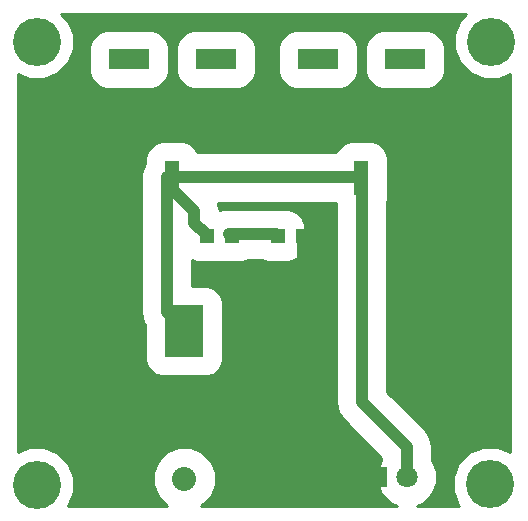
<source format=gtl>
G04 (created by PCBNEW-RS274X (2011-nov-30)-testing) date Wed 15 Aug 2012 04:22:11 PM EDT*
%MOIN*%
G04 Gerber Fmt 3.4, Leading zero omitted, Abs format*
%FSLAX34Y34*%
G01*
G70*
G90*
G04 APERTURE LIST*
%ADD10C,0.006*%
%ADD11R,0.0472X0.0472*%
%ADD12R,0.0709X0.0709*%
%ADD13C,0.0709*%
%ADD14R,0.1299X0.1732*%
%ADD15R,0.1535X0.2441*%
%ADD16C,0.08*%
%ADD17C,0.16*%
%ADD18R,0.05X0.115*%
%ADD19R,0.135X0.065*%
%ADD20C,0.035*%
%ADD21C,0.04*%
%ADD22C,0.01*%
G04 APERTURE END LIST*
G54D10*
G54D11*
X6851Y9555D03*
X7677Y9555D03*
X9213Y9555D03*
X10039Y9555D03*
G54D12*
X12500Y1500D03*
G54D13*
X13500Y1500D03*
G54D14*
X6083Y6374D03*
G54D15*
X3406Y2674D03*
X8760Y2674D03*
G54D16*
X6083Y1453D03*
G54D17*
X1162Y16020D03*
X16319Y16020D03*
X16280Y1274D03*
X1162Y1256D03*
G54D18*
X11988Y13279D03*
X11988Y11479D03*
G54D19*
X10538Y15429D03*
X13438Y15429D03*
G54D18*
X5689Y13279D03*
X5689Y11479D03*
G54D19*
X4239Y15429D03*
X7139Y15429D03*
G54D20*
X10000Y6000D03*
G54D21*
X10039Y9555D02*
X10039Y6039D01*
X10039Y6039D02*
X10000Y6000D01*
X8760Y2674D02*
X9000Y2500D01*
X3406Y2674D02*
X3500Y2500D01*
X9000Y2500D02*
X8760Y2674D01*
X8760Y2674D02*
X9000Y2500D01*
X3500Y2500D02*
X3406Y2674D01*
X6800Y9593D02*
X6407Y9986D01*
X6407Y9986D02*
X6407Y10379D01*
X11988Y11479D02*
X12000Y11500D01*
X12000Y11500D02*
X11988Y11479D01*
X5500Y11500D02*
X5500Y7000D01*
X6407Y10379D02*
X5621Y11165D01*
X5621Y11165D02*
X5621Y11558D01*
X5500Y7000D02*
X6000Y6500D01*
X12000Y4000D02*
X13500Y2500D01*
X6000Y6500D02*
X6083Y6374D01*
X5689Y11479D02*
X5500Y11500D01*
X12000Y11500D02*
X12000Y4000D01*
X11988Y11479D02*
X12000Y11500D01*
X5621Y11558D02*
X5689Y11479D01*
X5500Y11500D02*
X12000Y11500D01*
X5689Y11479D02*
X5500Y11500D01*
X6851Y9555D02*
X6800Y9593D01*
X13500Y2500D02*
X13500Y1500D01*
X7677Y9555D02*
X7586Y9593D01*
X7586Y9593D02*
X9158Y9593D01*
X9158Y9593D02*
X9213Y9555D01*
G54D10*
G36*
X16950Y2343D02*
X16529Y2517D01*
X16034Y2518D01*
X15577Y2329D01*
X15226Y1980D01*
X15037Y1523D01*
X15036Y1028D01*
X15225Y571D01*
X15245Y550D01*
X14762Y550D01*
X14762Y14975D01*
X14762Y15233D01*
X14762Y15883D01*
X14663Y16122D01*
X14481Y16304D01*
X14242Y16403D01*
X13984Y16403D01*
X12634Y16403D01*
X12395Y16304D01*
X12213Y16122D01*
X12114Y15883D01*
X12114Y15625D01*
X12114Y14975D01*
X12213Y14736D01*
X12395Y14554D01*
X12634Y14455D01*
X12892Y14455D01*
X14242Y14455D01*
X14481Y14554D01*
X14663Y14736D01*
X14762Y14975D01*
X14762Y550D01*
X13829Y550D01*
X14068Y649D01*
X14351Y931D01*
X14504Y1300D01*
X14504Y1699D01*
X14351Y2068D01*
X14350Y2070D01*
X14350Y2500D01*
X14285Y2825D01*
X14101Y3101D01*
X12850Y4352D01*
X12850Y10686D01*
X12887Y10775D01*
X12887Y11033D01*
X12887Y12183D01*
X12788Y12422D01*
X12606Y12604D01*
X12367Y12703D01*
X12109Y12703D01*
X11862Y12703D01*
X11862Y14975D01*
X11862Y15233D01*
X11862Y15883D01*
X11763Y16122D01*
X11581Y16304D01*
X11342Y16403D01*
X11084Y16403D01*
X9734Y16403D01*
X9495Y16304D01*
X9313Y16122D01*
X9214Y15883D01*
X9214Y15625D01*
X9214Y14975D01*
X9313Y14736D01*
X9495Y14554D01*
X9734Y14455D01*
X9992Y14455D01*
X11342Y14455D01*
X11581Y14554D01*
X11763Y14736D01*
X11862Y14975D01*
X11862Y12703D01*
X11609Y12703D01*
X11370Y12604D01*
X11188Y12422D01*
X11158Y12350D01*
X8463Y12350D01*
X8463Y14975D01*
X8463Y15233D01*
X8463Y15883D01*
X8364Y16122D01*
X8182Y16304D01*
X7943Y16403D01*
X7685Y16403D01*
X6335Y16403D01*
X6096Y16304D01*
X5914Y16122D01*
X5815Y15883D01*
X5815Y15625D01*
X5815Y14975D01*
X5914Y14736D01*
X6096Y14554D01*
X6335Y14455D01*
X6593Y14455D01*
X7943Y14455D01*
X8182Y14554D01*
X8364Y14736D01*
X8463Y14975D01*
X8463Y12350D01*
X6518Y12350D01*
X6489Y12422D01*
X6307Y12604D01*
X6068Y12703D01*
X5810Y12703D01*
X5563Y12703D01*
X5563Y14975D01*
X5563Y15233D01*
X5563Y15883D01*
X5464Y16122D01*
X5282Y16304D01*
X5043Y16403D01*
X4785Y16403D01*
X3435Y16403D01*
X3196Y16304D01*
X3014Y16122D01*
X2915Y15883D01*
X2915Y15625D01*
X2915Y14975D01*
X3014Y14736D01*
X3196Y14554D01*
X3435Y14455D01*
X3693Y14455D01*
X5043Y14455D01*
X5282Y14554D01*
X5464Y14736D01*
X5563Y14975D01*
X5563Y12703D01*
X5310Y12703D01*
X5071Y12604D01*
X4889Y12422D01*
X4790Y12183D01*
X4790Y11951D01*
X4755Y11909D01*
X4740Y11864D01*
X4715Y11825D01*
X4691Y11710D01*
X4655Y11593D01*
X4659Y11546D01*
X4650Y11500D01*
X4650Y7000D01*
X4715Y6675D01*
X4785Y6570D01*
X4785Y5379D01*
X4884Y5140D01*
X5066Y4958D01*
X5305Y4859D01*
X5563Y4859D01*
X6861Y4859D01*
X7100Y4958D01*
X7282Y5140D01*
X7381Y5379D01*
X7381Y5637D01*
X7381Y7369D01*
X7282Y7608D01*
X7100Y7790D01*
X6861Y7889D01*
X6603Y7889D01*
X6350Y7889D01*
X6350Y8727D01*
X6486Y8670D01*
X6744Y8670D01*
X7216Y8670D01*
X7264Y8690D01*
X7312Y8670D01*
X7570Y8670D01*
X8042Y8670D01*
X8218Y8743D01*
X8671Y8743D01*
X8848Y8670D01*
X9106Y8670D01*
X9578Y8670D01*
X9817Y8769D01*
X9999Y8951D01*
X10098Y9190D01*
X10098Y9448D01*
X10098Y9920D01*
X9999Y10159D01*
X9817Y10341D01*
X9578Y10440D01*
X9320Y10440D01*
X9173Y10440D01*
X9158Y10443D01*
X7589Y10443D01*
X7586Y10443D01*
X7571Y10440D01*
X7312Y10440D01*
X7264Y10421D01*
X7247Y10427D01*
X7247Y10428D01*
X7202Y10650D01*
X11140Y10650D01*
X11150Y10628D01*
X11150Y4000D01*
X11215Y3675D01*
X11399Y3399D01*
X12650Y2148D01*
X12650Y2070D01*
X12649Y2069D01*
X12496Y1700D01*
X12496Y1301D01*
X12649Y932D01*
X12931Y649D01*
X13169Y550D01*
X6645Y550D01*
X6677Y563D01*
X6973Y858D01*
X7133Y1243D01*
X7133Y1661D01*
X6973Y2047D01*
X6678Y2343D01*
X6293Y2503D01*
X5875Y2503D01*
X5489Y2343D01*
X5193Y2048D01*
X5033Y1663D01*
X5033Y1245D01*
X5193Y859D01*
X5488Y563D01*
X5519Y550D01*
X2216Y550D01*
X2405Y1007D01*
X2406Y1502D01*
X2217Y1959D01*
X1868Y2310D01*
X1411Y2499D01*
X916Y2500D01*
X550Y2349D01*
X550Y14928D01*
X913Y14777D01*
X1408Y14776D01*
X1865Y14965D01*
X2216Y15314D01*
X2405Y15771D01*
X2406Y16266D01*
X2217Y16723D01*
X1991Y16950D01*
X15490Y16950D01*
X15265Y16726D01*
X15076Y16269D01*
X15075Y15774D01*
X15264Y15317D01*
X15613Y14966D01*
X16070Y14777D01*
X16565Y14776D01*
X16950Y14936D01*
X16950Y2343D01*
X16950Y2343D01*
G37*
G54D22*
X16950Y2343D02*
X16529Y2517D01*
X16034Y2518D01*
X15577Y2329D01*
X15226Y1980D01*
X15037Y1523D01*
X15036Y1028D01*
X15225Y571D01*
X15245Y550D01*
X14762Y550D01*
X14762Y14975D01*
X14762Y15233D01*
X14762Y15883D01*
X14663Y16122D01*
X14481Y16304D01*
X14242Y16403D01*
X13984Y16403D01*
X12634Y16403D01*
X12395Y16304D01*
X12213Y16122D01*
X12114Y15883D01*
X12114Y15625D01*
X12114Y14975D01*
X12213Y14736D01*
X12395Y14554D01*
X12634Y14455D01*
X12892Y14455D01*
X14242Y14455D01*
X14481Y14554D01*
X14663Y14736D01*
X14762Y14975D01*
X14762Y550D01*
X13829Y550D01*
X14068Y649D01*
X14351Y931D01*
X14504Y1300D01*
X14504Y1699D01*
X14351Y2068D01*
X14350Y2070D01*
X14350Y2500D01*
X14285Y2825D01*
X14101Y3101D01*
X12850Y4352D01*
X12850Y10686D01*
X12887Y10775D01*
X12887Y11033D01*
X12887Y12183D01*
X12788Y12422D01*
X12606Y12604D01*
X12367Y12703D01*
X12109Y12703D01*
X11862Y12703D01*
X11862Y14975D01*
X11862Y15233D01*
X11862Y15883D01*
X11763Y16122D01*
X11581Y16304D01*
X11342Y16403D01*
X11084Y16403D01*
X9734Y16403D01*
X9495Y16304D01*
X9313Y16122D01*
X9214Y15883D01*
X9214Y15625D01*
X9214Y14975D01*
X9313Y14736D01*
X9495Y14554D01*
X9734Y14455D01*
X9992Y14455D01*
X11342Y14455D01*
X11581Y14554D01*
X11763Y14736D01*
X11862Y14975D01*
X11862Y12703D01*
X11609Y12703D01*
X11370Y12604D01*
X11188Y12422D01*
X11158Y12350D01*
X8463Y12350D01*
X8463Y14975D01*
X8463Y15233D01*
X8463Y15883D01*
X8364Y16122D01*
X8182Y16304D01*
X7943Y16403D01*
X7685Y16403D01*
X6335Y16403D01*
X6096Y16304D01*
X5914Y16122D01*
X5815Y15883D01*
X5815Y15625D01*
X5815Y14975D01*
X5914Y14736D01*
X6096Y14554D01*
X6335Y14455D01*
X6593Y14455D01*
X7943Y14455D01*
X8182Y14554D01*
X8364Y14736D01*
X8463Y14975D01*
X8463Y12350D01*
X6518Y12350D01*
X6489Y12422D01*
X6307Y12604D01*
X6068Y12703D01*
X5810Y12703D01*
X5563Y12703D01*
X5563Y14975D01*
X5563Y15233D01*
X5563Y15883D01*
X5464Y16122D01*
X5282Y16304D01*
X5043Y16403D01*
X4785Y16403D01*
X3435Y16403D01*
X3196Y16304D01*
X3014Y16122D01*
X2915Y15883D01*
X2915Y15625D01*
X2915Y14975D01*
X3014Y14736D01*
X3196Y14554D01*
X3435Y14455D01*
X3693Y14455D01*
X5043Y14455D01*
X5282Y14554D01*
X5464Y14736D01*
X5563Y14975D01*
X5563Y12703D01*
X5310Y12703D01*
X5071Y12604D01*
X4889Y12422D01*
X4790Y12183D01*
X4790Y11951D01*
X4755Y11909D01*
X4740Y11864D01*
X4715Y11825D01*
X4691Y11710D01*
X4655Y11593D01*
X4659Y11546D01*
X4650Y11500D01*
X4650Y7000D01*
X4715Y6675D01*
X4785Y6570D01*
X4785Y5379D01*
X4884Y5140D01*
X5066Y4958D01*
X5305Y4859D01*
X5563Y4859D01*
X6861Y4859D01*
X7100Y4958D01*
X7282Y5140D01*
X7381Y5379D01*
X7381Y5637D01*
X7381Y7369D01*
X7282Y7608D01*
X7100Y7790D01*
X6861Y7889D01*
X6603Y7889D01*
X6350Y7889D01*
X6350Y8727D01*
X6486Y8670D01*
X6744Y8670D01*
X7216Y8670D01*
X7264Y8690D01*
X7312Y8670D01*
X7570Y8670D01*
X8042Y8670D01*
X8218Y8743D01*
X8671Y8743D01*
X8848Y8670D01*
X9106Y8670D01*
X9578Y8670D01*
X9817Y8769D01*
X9999Y8951D01*
X10098Y9190D01*
X10098Y9448D01*
X10098Y9920D01*
X9999Y10159D01*
X9817Y10341D01*
X9578Y10440D01*
X9320Y10440D01*
X9173Y10440D01*
X9158Y10443D01*
X7589Y10443D01*
X7586Y10443D01*
X7571Y10440D01*
X7312Y10440D01*
X7264Y10421D01*
X7247Y10427D01*
X7247Y10428D01*
X7202Y10650D01*
X11140Y10650D01*
X11150Y10628D01*
X11150Y4000D01*
X11215Y3675D01*
X11399Y3399D01*
X12650Y2148D01*
X12650Y2070D01*
X12649Y2069D01*
X12496Y1700D01*
X12496Y1301D01*
X12649Y932D01*
X12931Y649D01*
X13169Y550D01*
X6645Y550D01*
X6677Y563D01*
X6973Y858D01*
X7133Y1243D01*
X7133Y1661D01*
X6973Y2047D01*
X6678Y2343D01*
X6293Y2503D01*
X5875Y2503D01*
X5489Y2343D01*
X5193Y2048D01*
X5033Y1663D01*
X5033Y1245D01*
X5193Y859D01*
X5488Y563D01*
X5519Y550D01*
X2216Y550D01*
X2405Y1007D01*
X2406Y1502D01*
X2217Y1959D01*
X1868Y2310D01*
X1411Y2499D01*
X916Y2500D01*
X550Y2349D01*
X550Y14928D01*
X913Y14777D01*
X1408Y14776D01*
X1865Y14965D01*
X2216Y15314D01*
X2405Y15771D01*
X2406Y16266D01*
X2217Y16723D01*
X1991Y16950D01*
X15490Y16950D01*
X15265Y16726D01*
X15076Y16269D01*
X15075Y15774D01*
X15264Y15317D01*
X15613Y14966D01*
X16070Y14777D01*
X16565Y14776D01*
X16950Y14936D01*
X16950Y2343D01*
M02*

</source>
